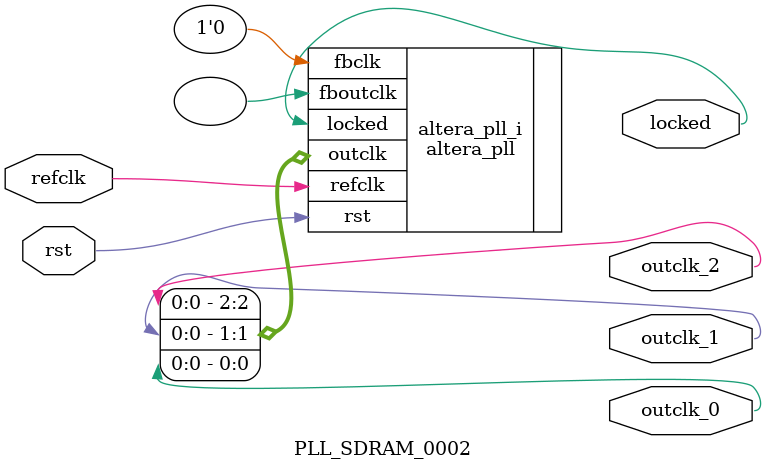
<source format=v>
`timescale 1ns/10ps
module  PLL_SDRAM_0002(

	// interface 'refclk'
	input wire refclk,

	// interface 'reset'
	input wire rst,

	// interface 'outclk0'
	output wire outclk_0,

	// interface 'outclk1'
	output wire outclk_1,

	// interface 'outclk2'
	output wire outclk_2,

	// interface 'locked'
	output wire locked
);

	altera_pll #(
		.fractional_vco_multiplier("false"),
		.reference_clock_frequency("50.0 MHz"),
		.operation_mode("normal"),
		.number_of_clocks(3),
		.output_clock_frequency0("143.000000 MHz"),
		.phase_shift0("0 ps"),
		.duty_cycle0(50),
		.output_clock_frequency1("143.000000 MHz"),
		.phase_shift1("1748 ps"),
		.duty_cycle1(50),
		.output_clock_frequency2("102.142857 MHz"),
		.phase_shift2("0 ps"),
		.duty_cycle2(50),
		.output_clock_frequency3("0 MHz"),
		.phase_shift3("0 ps"),
		.duty_cycle3(50),
		.output_clock_frequency4("0 MHz"),
		.phase_shift4("0 ps"),
		.duty_cycle4(50),
		.output_clock_frequency5("0 MHz"),
		.phase_shift5("0 ps"),
		.duty_cycle5(50),
		.output_clock_frequency6("0 MHz"),
		.phase_shift6("0 ps"),
		.duty_cycle6(50),
		.output_clock_frequency7("0 MHz"),
		.phase_shift7("0 ps"),
		.duty_cycle7(50),
		.output_clock_frequency8("0 MHz"),
		.phase_shift8("0 ps"),
		.duty_cycle8(50),
		.output_clock_frequency9("0 MHz"),
		.phase_shift9("0 ps"),
		.duty_cycle9(50),
		.output_clock_frequency10("0 MHz"),
		.phase_shift10("0 ps"),
		.duty_cycle10(50),
		.output_clock_frequency11("0 MHz"),
		.phase_shift11("0 ps"),
		.duty_cycle11(50),
		.output_clock_frequency12("0 MHz"),
		.phase_shift12("0 ps"),
		.duty_cycle12(50),
		.output_clock_frequency13("0 MHz"),
		.phase_shift13("0 ps"),
		.duty_cycle13(50),
		.output_clock_frequency14("0 MHz"),
		.phase_shift14("0 ps"),
		.duty_cycle14(50),
		.output_clock_frequency15("0 MHz"),
		.phase_shift15("0 ps"),
		.duty_cycle15(50),
		.output_clock_frequency16("0 MHz"),
		.phase_shift16("0 ps"),
		.duty_cycle16(50),
		.output_clock_frequency17("0 MHz"),
		.phase_shift17("0 ps"),
		.duty_cycle17(50),
		.pll_type("General"),
		.pll_subtype("General")
	) altera_pll_i (
		.rst	(rst),
		.outclk	({outclk_2, outclk_1, outclk_0}),
		.locked	(locked),
		.fboutclk	( ),
		.fbclk	(1'b0),
		.refclk	(refclk)
	);
endmodule


</source>
